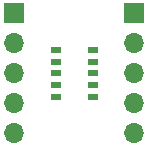
<source format=gbr>
%TF.GenerationSoftware,KiCad,Pcbnew,(5.1.9)-1*%
%TF.CreationDate,2021-09-06T09:51:30+02:00*%
%TF.ProjectId,SON10,534f4e31-302e-46b6-9963-61645f706362,rev?*%
%TF.SameCoordinates,Original*%
%TF.FileFunction,Soldermask,Top*%
%TF.FilePolarity,Negative*%
%FSLAX46Y46*%
G04 Gerber Fmt 4.6, Leading zero omitted, Abs format (unit mm)*
G04 Created by KiCad (PCBNEW (5.1.9)-1) date 2021-09-06 09:51:30*
%MOMM*%
%LPD*%
G01*
G04 APERTURE LIST*
%ADD10R,0.900000X0.600000*%
%ADD11R,1.700000X1.700000*%
%ADD12O,1.700000X1.700000*%
G04 APERTURE END LIST*
D10*
%TO.C,REF\u002A\u002A*%
X118491000Y-91980000D03*
X118491000Y-92980000D03*
X118491000Y-93980000D03*
X118491000Y-94980000D03*
X118491000Y-95980000D03*
X115391000Y-95980000D03*
X115391000Y-94980000D03*
X115391000Y-93980000D03*
X115391000Y-92980000D03*
X115391000Y-91980000D03*
%TD*%
D11*
%TO.C,REF\u002A\u002A*%
X121920000Y-88900000D03*
D12*
X121920000Y-91440000D03*
X121920000Y-93980000D03*
X121920000Y-96520000D03*
X121920000Y-99060000D03*
%TD*%
%TO.C,REF\u002A\u002A*%
X111760000Y-99060000D03*
X111760000Y-96520000D03*
X111760000Y-93980000D03*
X111760000Y-91440000D03*
D11*
X111760000Y-88900000D03*
%TD*%
M02*

</source>
